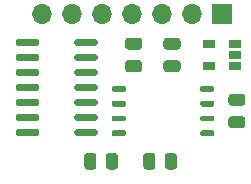
<source format=gts>
G04 #@! TF.GenerationSoftware,KiCad,Pcbnew,(5.1.9-0-10_14)*
G04 #@! TF.CreationDate,2023-06-12T04:28:03-04:00*
G04 #@! TF.ProjectId,LiBCM-Daughterboard,4c694243-4d2d-4446-9175-676874657262,A*
G04 #@! TF.SameCoordinates,Original*
G04 #@! TF.FileFunction,Soldermask,Top*
G04 #@! TF.FilePolarity,Negative*
%FSLAX46Y46*%
G04 Gerber Fmt 4.6, Leading zero omitted, Abs format (unit mm)*
G04 Created by KiCad (PCBNEW (5.1.9-0-10_14)) date 2023-06-12 04:28:03*
%MOMM*%
%LPD*%
G01*
G04 APERTURE LIST*
%ADD10R,1.700000X1.700000*%
%ADD11O,1.700000X1.700000*%
%ADD12R,1.060000X0.650000*%
G04 APERTURE END LIST*
G04 #@! TO.C,C1*
G36*
G01*
X45725000Y-166200000D02*
X44775000Y-166200000D01*
G75*
G02*
X44525000Y-165950000I0J250000D01*
G01*
X44525000Y-165450000D01*
G75*
G02*
X44775000Y-165200000I250000J0D01*
G01*
X45725000Y-165200000D01*
G75*
G02*
X45975000Y-165450000I0J-250000D01*
G01*
X45975000Y-165950000D01*
G75*
G02*
X45725000Y-166200000I-250000J0D01*
G01*
G37*
G36*
G01*
X45725000Y-164300000D02*
X44775000Y-164300000D01*
G75*
G02*
X44525000Y-164050000I0J250000D01*
G01*
X44525000Y-163550000D01*
G75*
G02*
X44775000Y-163300000I250000J0D01*
G01*
X45725000Y-163300000D01*
G75*
G02*
X45975000Y-163550000I0J-250000D01*
G01*
X45975000Y-164050000D01*
G75*
G02*
X45725000Y-164300000I-250000J0D01*
G01*
G37*
G04 #@! TD*
G04 #@! TO.C,C3*
G36*
G01*
X53525000Y-169950000D02*
X54475000Y-169950000D01*
G75*
G02*
X54725000Y-170200000I0J-250000D01*
G01*
X54725000Y-170700000D01*
G75*
G02*
X54475000Y-170950000I-250000J0D01*
G01*
X53525000Y-170950000D01*
G75*
G02*
X53275000Y-170700000I0J250000D01*
G01*
X53275000Y-170200000D01*
G75*
G02*
X53525000Y-169950000I250000J0D01*
G01*
G37*
G36*
G01*
X53525000Y-168050000D02*
X54475000Y-168050000D01*
G75*
G02*
X54725000Y-168300000I0J-250000D01*
G01*
X54725000Y-168800000D01*
G75*
G02*
X54475000Y-169050000I-250000J0D01*
G01*
X53525000Y-169050000D01*
G75*
G02*
X53275000Y-168800000I0J250000D01*
G01*
X53275000Y-168300000D01*
G75*
G02*
X53525000Y-168050000I250000J0D01*
G01*
G37*
G04 #@! TD*
G04 #@! TO.C,C4*
G36*
G01*
X48975000Y-166200000D02*
X48025000Y-166200000D01*
G75*
G02*
X47775000Y-165950000I0J250000D01*
G01*
X47775000Y-165450000D01*
G75*
G02*
X48025000Y-165200000I250000J0D01*
G01*
X48975000Y-165200000D01*
G75*
G02*
X49225000Y-165450000I0J-250000D01*
G01*
X49225000Y-165950000D01*
G75*
G02*
X48975000Y-166200000I-250000J0D01*
G01*
G37*
G36*
G01*
X48975000Y-164300000D02*
X48025000Y-164300000D01*
G75*
G02*
X47775000Y-164050000I0J250000D01*
G01*
X47775000Y-163550000D01*
G75*
G02*
X48025000Y-163300000I250000J0D01*
G01*
X48975000Y-163300000D01*
G75*
G02*
X49225000Y-163550000I0J-250000D01*
G01*
X49225000Y-164050000D01*
G75*
G02*
X48975000Y-164300000I-250000J0D01*
G01*
G37*
G04 #@! TD*
D10*
G04 #@! TO.C,J1*
X52714999Y-161265001D03*
D11*
X50174999Y-161265001D03*
X47634999Y-161265001D03*
X45094999Y-161265001D03*
X42554999Y-161265001D03*
X40014999Y-161265001D03*
X37474999Y-161265001D03*
G04 #@! TD*
G04 #@! TO.C,R1*
G36*
G01*
X46075000Y-174200001D02*
X46075000Y-173299999D01*
G75*
G02*
X46324999Y-173050000I249999J0D01*
G01*
X46850001Y-173050000D01*
G75*
G02*
X47100000Y-173299999I0J-249999D01*
G01*
X47100000Y-174200001D01*
G75*
G02*
X46850001Y-174450000I-249999J0D01*
G01*
X46324999Y-174450000D01*
G75*
G02*
X46075000Y-174200001I0J249999D01*
G01*
G37*
G36*
G01*
X47900000Y-174200001D02*
X47900000Y-173299999D01*
G75*
G02*
X48149999Y-173050000I249999J0D01*
G01*
X48675001Y-173050000D01*
G75*
G02*
X48925000Y-173299999I0J-249999D01*
G01*
X48925000Y-174200001D01*
G75*
G02*
X48675001Y-174450000I-249999J0D01*
G01*
X48149999Y-174450000D01*
G75*
G02*
X47900000Y-174200001I0J249999D01*
G01*
G37*
G04 #@! TD*
G04 #@! TO.C,R2*
G36*
G01*
X42100000Y-173299999D02*
X42100000Y-174200001D01*
G75*
G02*
X41850001Y-174450000I-249999J0D01*
G01*
X41324999Y-174450000D01*
G75*
G02*
X41075000Y-174200001I0J249999D01*
G01*
X41075000Y-173299999D01*
G75*
G02*
X41324999Y-173050000I249999J0D01*
G01*
X41850001Y-173050000D01*
G75*
G02*
X42100000Y-173299999I0J-249999D01*
G01*
G37*
G36*
G01*
X43925000Y-173299999D02*
X43925000Y-174200001D01*
G75*
G02*
X43675001Y-174450000I-249999J0D01*
G01*
X43149999Y-174450000D01*
G75*
G02*
X42900000Y-174200001I0J249999D01*
G01*
X42900000Y-173299999D01*
G75*
G02*
X43149999Y-173050000I249999J0D01*
G01*
X43675001Y-173050000D01*
G75*
G02*
X43925000Y-173299999I0J-249999D01*
G01*
G37*
G04 #@! TD*
G04 #@! TO.C,U1*
G36*
G01*
X52100000Y-171250000D02*
X52100000Y-171500000D01*
G75*
G02*
X51975000Y-171625000I-125000J0D01*
G01*
X51025000Y-171625000D01*
G75*
G02*
X50900000Y-171500000I0J125000D01*
G01*
X50900000Y-171250000D01*
G75*
G02*
X51025000Y-171125000I125000J0D01*
G01*
X51975000Y-171125000D01*
G75*
G02*
X52100000Y-171250000I0J-125000D01*
G01*
G37*
G36*
G01*
X52100000Y-170000000D02*
X52100000Y-170250000D01*
G75*
G02*
X51975000Y-170375000I-125000J0D01*
G01*
X51025000Y-170375000D01*
G75*
G02*
X50900000Y-170250000I0J125000D01*
G01*
X50900000Y-170000000D01*
G75*
G02*
X51025000Y-169875000I125000J0D01*
G01*
X51975000Y-169875000D01*
G75*
G02*
X52100000Y-170000000I0J-125000D01*
G01*
G37*
G36*
G01*
X52100000Y-168750000D02*
X52100000Y-169000000D01*
G75*
G02*
X51975000Y-169125000I-125000J0D01*
G01*
X51025000Y-169125000D01*
G75*
G02*
X50900000Y-169000000I0J125000D01*
G01*
X50900000Y-168750000D01*
G75*
G02*
X51025000Y-168625000I125000J0D01*
G01*
X51975000Y-168625000D01*
G75*
G02*
X52100000Y-168750000I0J-125000D01*
G01*
G37*
G36*
G01*
X52100000Y-167500000D02*
X52100000Y-167750000D01*
G75*
G02*
X51975000Y-167875000I-125000J0D01*
G01*
X51025000Y-167875000D01*
G75*
G02*
X50900000Y-167750000I0J125000D01*
G01*
X50900000Y-167500000D01*
G75*
G02*
X51025000Y-167375000I125000J0D01*
G01*
X51975000Y-167375000D01*
G75*
G02*
X52100000Y-167500000I0J-125000D01*
G01*
G37*
G36*
G01*
X44600000Y-167500000D02*
X44600000Y-167750000D01*
G75*
G02*
X44475000Y-167875000I-125000J0D01*
G01*
X43525000Y-167875000D01*
G75*
G02*
X43400000Y-167750000I0J125000D01*
G01*
X43400000Y-167500000D01*
G75*
G02*
X43525000Y-167375000I125000J0D01*
G01*
X44475000Y-167375000D01*
G75*
G02*
X44600000Y-167500000I0J-125000D01*
G01*
G37*
G36*
G01*
X44600000Y-168750000D02*
X44600000Y-169000000D01*
G75*
G02*
X44475000Y-169125000I-125000J0D01*
G01*
X43525000Y-169125000D01*
G75*
G02*
X43400000Y-169000000I0J125000D01*
G01*
X43400000Y-168750000D01*
G75*
G02*
X43525000Y-168625000I125000J0D01*
G01*
X44475000Y-168625000D01*
G75*
G02*
X44600000Y-168750000I0J-125000D01*
G01*
G37*
G36*
G01*
X44600000Y-170000000D02*
X44600000Y-170250000D01*
G75*
G02*
X44475000Y-170375000I-125000J0D01*
G01*
X43525000Y-170375000D01*
G75*
G02*
X43400000Y-170250000I0J125000D01*
G01*
X43400000Y-170000000D01*
G75*
G02*
X43525000Y-169875000I125000J0D01*
G01*
X44475000Y-169875000D01*
G75*
G02*
X44600000Y-170000000I0J-125000D01*
G01*
G37*
G36*
G01*
X44600000Y-171250000D02*
X44600000Y-171500000D01*
G75*
G02*
X44475000Y-171625000I-125000J0D01*
G01*
X43525000Y-171625000D01*
G75*
G02*
X43400000Y-171500000I0J125000D01*
G01*
X43400000Y-171250000D01*
G75*
G02*
X43525000Y-171125000I125000J0D01*
G01*
X44475000Y-171125000D01*
G75*
G02*
X44600000Y-171250000I0J-125000D01*
G01*
G37*
G04 #@! TD*
G04 #@! TO.C,U2*
G36*
G01*
X35300000Y-163840000D02*
X35300000Y-163540000D01*
G75*
G02*
X35450000Y-163390000I150000J0D01*
G01*
X37100000Y-163390000D01*
G75*
G02*
X37250000Y-163540000I0J-150000D01*
G01*
X37250000Y-163840000D01*
G75*
G02*
X37100000Y-163990000I-150000J0D01*
G01*
X35450000Y-163990000D01*
G75*
G02*
X35300000Y-163840000I0J150000D01*
G01*
G37*
G36*
G01*
X35300000Y-165110000D02*
X35300000Y-164810000D01*
G75*
G02*
X35450000Y-164660000I150000J0D01*
G01*
X37100000Y-164660000D01*
G75*
G02*
X37250000Y-164810000I0J-150000D01*
G01*
X37250000Y-165110000D01*
G75*
G02*
X37100000Y-165260000I-150000J0D01*
G01*
X35450000Y-165260000D01*
G75*
G02*
X35300000Y-165110000I0J150000D01*
G01*
G37*
G36*
G01*
X35300000Y-166380000D02*
X35300000Y-166080000D01*
G75*
G02*
X35450000Y-165930000I150000J0D01*
G01*
X37100000Y-165930000D01*
G75*
G02*
X37250000Y-166080000I0J-150000D01*
G01*
X37250000Y-166380000D01*
G75*
G02*
X37100000Y-166530000I-150000J0D01*
G01*
X35450000Y-166530000D01*
G75*
G02*
X35300000Y-166380000I0J150000D01*
G01*
G37*
G36*
G01*
X35300000Y-167650000D02*
X35300000Y-167350000D01*
G75*
G02*
X35450000Y-167200000I150000J0D01*
G01*
X37100000Y-167200000D01*
G75*
G02*
X37250000Y-167350000I0J-150000D01*
G01*
X37250000Y-167650000D01*
G75*
G02*
X37100000Y-167800000I-150000J0D01*
G01*
X35450000Y-167800000D01*
G75*
G02*
X35300000Y-167650000I0J150000D01*
G01*
G37*
G36*
G01*
X35300000Y-168920000D02*
X35300000Y-168620000D01*
G75*
G02*
X35450000Y-168470000I150000J0D01*
G01*
X37100000Y-168470000D01*
G75*
G02*
X37250000Y-168620000I0J-150000D01*
G01*
X37250000Y-168920000D01*
G75*
G02*
X37100000Y-169070000I-150000J0D01*
G01*
X35450000Y-169070000D01*
G75*
G02*
X35300000Y-168920000I0J150000D01*
G01*
G37*
G36*
G01*
X35300000Y-170190000D02*
X35300000Y-169890000D01*
G75*
G02*
X35450000Y-169740000I150000J0D01*
G01*
X37100000Y-169740000D01*
G75*
G02*
X37250000Y-169890000I0J-150000D01*
G01*
X37250000Y-170190000D01*
G75*
G02*
X37100000Y-170340000I-150000J0D01*
G01*
X35450000Y-170340000D01*
G75*
G02*
X35300000Y-170190000I0J150000D01*
G01*
G37*
G36*
G01*
X35300000Y-171460000D02*
X35300000Y-171160000D01*
G75*
G02*
X35450000Y-171010000I150000J0D01*
G01*
X37100000Y-171010000D01*
G75*
G02*
X37250000Y-171160000I0J-150000D01*
G01*
X37250000Y-171460000D01*
G75*
G02*
X37100000Y-171610000I-150000J0D01*
G01*
X35450000Y-171610000D01*
G75*
G02*
X35300000Y-171460000I0J150000D01*
G01*
G37*
G36*
G01*
X40250000Y-171460000D02*
X40250000Y-171160000D01*
G75*
G02*
X40400000Y-171010000I150000J0D01*
G01*
X42050000Y-171010000D01*
G75*
G02*
X42200000Y-171160000I0J-150000D01*
G01*
X42200000Y-171460000D01*
G75*
G02*
X42050000Y-171610000I-150000J0D01*
G01*
X40400000Y-171610000D01*
G75*
G02*
X40250000Y-171460000I0J150000D01*
G01*
G37*
G36*
G01*
X40250000Y-170190000D02*
X40250000Y-169890000D01*
G75*
G02*
X40400000Y-169740000I150000J0D01*
G01*
X42050000Y-169740000D01*
G75*
G02*
X42200000Y-169890000I0J-150000D01*
G01*
X42200000Y-170190000D01*
G75*
G02*
X42050000Y-170340000I-150000J0D01*
G01*
X40400000Y-170340000D01*
G75*
G02*
X40250000Y-170190000I0J150000D01*
G01*
G37*
G36*
G01*
X40250000Y-168920000D02*
X40250000Y-168620000D01*
G75*
G02*
X40400000Y-168470000I150000J0D01*
G01*
X42050000Y-168470000D01*
G75*
G02*
X42200000Y-168620000I0J-150000D01*
G01*
X42200000Y-168920000D01*
G75*
G02*
X42050000Y-169070000I-150000J0D01*
G01*
X40400000Y-169070000D01*
G75*
G02*
X40250000Y-168920000I0J150000D01*
G01*
G37*
G36*
G01*
X40250000Y-167650000D02*
X40250000Y-167350000D01*
G75*
G02*
X40400000Y-167200000I150000J0D01*
G01*
X42050000Y-167200000D01*
G75*
G02*
X42200000Y-167350000I0J-150000D01*
G01*
X42200000Y-167650000D01*
G75*
G02*
X42050000Y-167800000I-150000J0D01*
G01*
X40400000Y-167800000D01*
G75*
G02*
X40250000Y-167650000I0J150000D01*
G01*
G37*
G36*
G01*
X40250000Y-166380000D02*
X40250000Y-166080000D01*
G75*
G02*
X40400000Y-165930000I150000J0D01*
G01*
X42050000Y-165930000D01*
G75*
G02*
X42200000Y-166080000I0J-150000D01*
G01*
X42200000Y-166380000D01*
G75*
G02*
X42050000Y-166530000I-150000J0D01*
G01*
X40400000Y-166530000D01*
G75*
G02*
X40250000Y-166380000I0J150000D01*
G01*
G37*
G36*
G01*
X40250000Y-165110000D02*
X40250000Y-164810000D01*
G75*
G02*
X40400000Y-164660000I150000J0D01*
G01*
X42050000Y-164660000D01*
G75*
G02*
X42200000Y-164810000I0J-150000D01*
G01*
X42200000Y-165110000D01*
G75*
G02*
X42050000Y-165260000I-150000J0D01*
G01*
X40400000Y-165260000D01*
G75*
G02*
X40250000Y-165110000I0J150000D01*
G01*
G37*
G36*
G01*
X40250000Y-163840000D02*
X40250000Y-163540000D01*
G75*
G02*
X40400000Y-163390000I150000J0D01*
G01*
X42050000Y-163390000D01*
G75*
G02*
X42200000Y-163540000I0J-150000D01*
G01*
X42200000Y-163840000D01*
G75*
G02*
X42050000Y-163990000I-150000J0D01*
G01*
X40400000Y-163990000D01*
G75*
G02*
X40250000Y-163840000I0J150000D01*
G01*
G37*
G04 #@! TD*
D12*
G04 #@! TO.C,U3*
X53850000Y-165700000D03*
X53850000Y-164750000D03*
X53850000Y-163800000D03*
X51650000Y-163800000D03*
X51650000Y-165700000D03*
G04 #@! TD*
M02*

</source>
